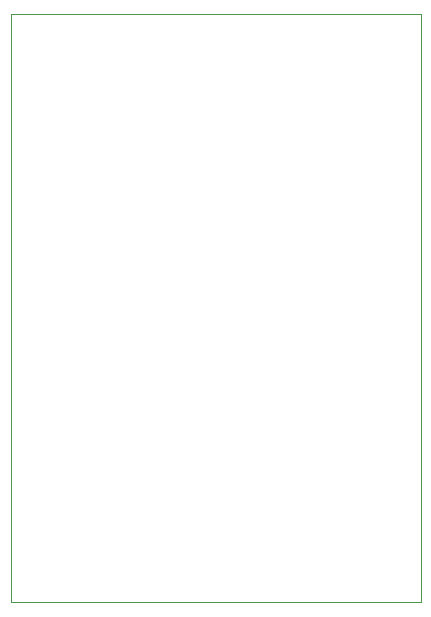
<source format=gm1>
G04 #@! TF.GenerationSoftware,KiCad,Pcbnew,(5.1.4)-1*
G04 #@! TF.CreationDate,2022-02-20T14:50:57-05:00*
G04 #@! TF.ProjectId,Telemetry PCB,54656c65-6d65-4747-9279-205043422e6b,rev?*
G04 #@! TF.SameCoordinates,Original*
G04 #@! TF.FileFunction,Profile,NP*
%FSLAX46Y46*%
G04 Gerber Fmt 4.6, Leading zero omitted, Abs format (unit mm)*
G04 Created by KiCad (PCBNEW (5.1.4)-1) date 2022-02-20 14:50:57*
%MOMM*%
%LPD*%
G04 APERTURE LIST*
%ADD10C,0.050000*%
G04 APERTURE END LIST*
D10*
X142250000Y-122250000D02*
X142250000Y-129750000D01*
X107500000Y-129750000D02*
X107500000Y-122250000D01*
X107500000Y-129750000D02*
X142250000Y-129750000D01*
X142250000Y-80000000D02*
X107500000Y-80000000D01*
X142250000Y-122250000D02*
X142250000Y-80000000D01*
X107500000Y-80750000D02*
X107500000Y-80000000D01*
X107500000Y-103000000D02*
X107500000Y-80750000D01*
X107500000Y-122250000D02*
X107500000Y-103000000D01*
M02*

</source>
